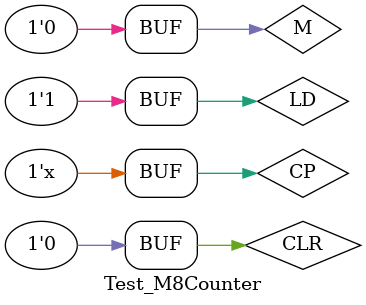
<source format=v>
`timescale 1ns / 1ps

module Test_M8Counter();
    //²âÊÔÊäÈë
    reg CP;
    reg CLR;
    reg LD;
    reg M;
    //²âÊÔÊä³ö
    wire Q3;
    wire Q2;
    wire Q1;
    wire Q0;
    wire carry;
    
    initial begin
        CP = 0;
        CLR = 0;
        LD = 1;//³õÊ¼ÏÈ²»¼ÓÔØ
        M = 1;
        
        //¿ªÊ¼·ÂÕæÂö³å²¨
        LD = #10 0;
        LD = #10 1;//×°ÔØ
        M = #140 0;
 
        CLR = #300 1;
        CLR = #10 0;
    end
    always #5 begin //ÖÜÆÚÎª5
        CP = ~CP;
    end;
    Module8_Counter test_ct2(CP,CLR,LD,M,Q3,Q2,Q1,Q0,carry);
endmodule

</source>
